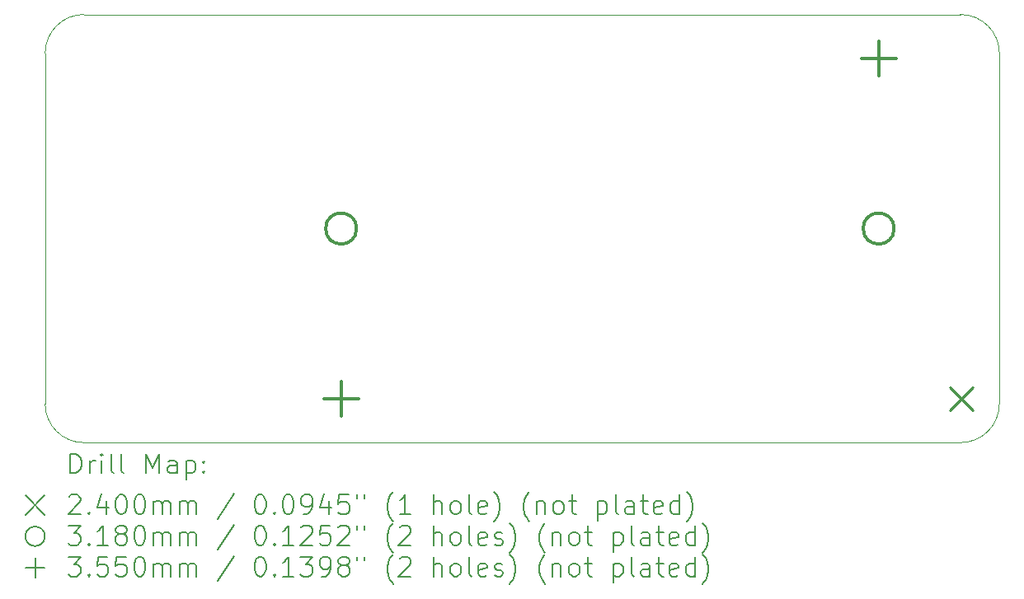
<source format=gbr>
%TF.GenerationSoftware,KiCad,Pcbnew,8.0.8*%
%TF.CreationDate,2025-10-05T08:52:24-04:00*%
%TF.ProjectId,project-hw-2-18650,70726f6a-6563-4742-9d68-772d322d3138,rev?*%
%TF.SameCoordinates,Original*%
%TF.FileFunction,Drillmap*%
%TF.FilePolarity,Positive*%
%FSLAX45Y45*%
G04 Gerber Fmt 4.5, Leading zero omitted, Abs format (unit mm)*
G04 Created by KiCad (PCBNEW 8.0.8) date 2025-10-05 08:52:24*
%MOMM*%
%LPD*%
G01*
G04 APERTURE LIST*
%ADD10C,0.050000*%
%ADD11C,0.200000*%
%ADD12C,0.240000*%
%ADD13C,0.318000*%
%ADD14C,0.355000*%
G04 APERTURE END LIST*
D10*
X11200000Y-1600000D02*
G75*
G02*
X11600000Y-2000000I0J-400000D01*
G01*
X1800000Y-2000000D02*
G75*
G02*
X2200000Y-1600000I400000J0D01*
G01*
X11600000Y-5600000D02*
G75*
G02*
X11200000Y-6000000I-400000J0D01*
G01*
X2200000Y-6000000D02*
G75*
G02*
X1800000Y-5600000I0J400000D01*
G01*
X11600000Y-2000000D02*
X11600000Y-5600000D01*
X2200000Y-1600000D02*
X11200000Y-1600000D01*
X1800000Y-5600000D02*
X1800000Y-2000000D01*
X11200000Y-6000000D02*
X2200000Y-6000000D01*
D11*
D12*
X11091000Y-5430000D02*
X11331000Y-5670000D01*
X11331000Y-5430000D02*
X11091000Y-5670000D01*
D13*
X4999000Y-3800000D02*
G75*
G02*
X4681000Y-3800000I-159000J0D01*
G01*
X4681000Y-3800000D02*
G75*
G02*
X4999000Y-3800000I159000J0D01*
G01*
X10519000Y-3800000D02*
G75*
G02*
X10201000Y-3800000I-159000J0D01*
G01*
X10201000Y-3800000D02*
G75*
G02*
X10519000Y-3800000I159000J0D01*
G01*
D14*
X4840000Y-5372500D02*
X4840000Y-5727500D01*
X4662500Y-5550000D02*
X5017500Y-5550000D01*
X10360000Y-1872500D02*
X10360000Y-2227500D01*
X10182500Y-2050000D02*
X10537500Y-2050000D01*
D11*
X2058277Y-6313984D02*
X2058277Y-6113984D01*
X2058277Y-6113984D02*
X2105896Y-6113984D01*
X2105896Y-6113984D02*
X2134467Y-6123508D01*
X2134467Y-6123508D02*
X2153515Y-6142555D01*
X2153515Y-6142555D02*
X2163039Y-6161603D01*
X2163039Y-6161603D02*
X2172563Y-6199698D01*
X2172563Y-6199698D02*
X2172563Y-6228269D01*
X2172563Y-6228269D02*
X2163039Y-6266365D01*
X2163039Y-6266365D02*
X2153515Y-6285412D01*
X2153515Y-6285412D02*
X2134467Y-6304460D01*
X2134467Y-6304460D02*
X2105896Y-6313984D01*
X2105896Y-6313984D02*
X2058277Y-6313984D01*
X2258277Y-6313984D02*
X2258277Y-6180650D01*
X2258277Y-6218746D02*
X2267801Y-6199698D01*
X2267801Y-6199698D02*
X2277324Y-6190174D01*
X2277324Y-6190174D02*
X2296372Y-6180650D01*
X2296372Y-6180650D02*
X2315420Y-6180650D01*
X2382086Y-6313984D02*
X2382086Y-6180650D01*
X2382086Y-6113984D02*
X2372563Y-6123508D01*
X2372563Y-6123508D02*
X2382086Y-6133031D01*
X2382086Y-6133031D02*
X2391610Y-6123508D01*
X2391610Y-6123508D02*
X2382086Y-6113984D01*
X2382086Y-6113984D02*
X2382086Y-6133031D01*
X2505896Y-6313984D02*
X2486848Y-6304460D01*
X2486848Y-6304460D02*
X2477324Y-6285412D01*
X2477324Y-6285412D02*
X2477324Y-6113984D01*
X2610658Y-6313984D02*
X2591610Y-6304460D01*
X2591610Y-6304460D02*
X2582086Y-6285412D01*
X2582086Y-6285412D02*
X2582086Y-6113984D01*
X2839229Y-6313984D02*
X2839229Y-6113984D01*
X2839229Y-6113984D02*
X2905896Y-6256841D01*
X2905896Y-6256841D02*
X2972562Y-6113984D01*
X2972562Y-6113984D02*
X2972562Y-6313984D01*
X3153515Y-6313984D02*
X3153515Y-6209222D01*
X3153515Y-6209222D02*
X3143991Y-6190174D01*
X3143991Y-6190174D02*
X3124943Y-6180650D01*
X3124943Y-6180650D02*
X3086848Y-6180650D01*
X3086848Y-6180650D02*
X3067801Y-6190174D01*
X3153515Y-6304460D02*
X3134467Y-6313984D01*
X3134467Y-6313984D02*
X3086848Y-6313984D01*
X3086848Y-6313984D02*
X3067801Y-6304460D01*
X3067801Y-6304460D02*
X3058277Y-6285412D01*
X3058277Y-6285412D02*
X3058277Y-6266365D01*
X3058277Y-6266365D02*
X3067801Y-6247317D01*
X3067801Y-6247317D02*
X3086848Y-6237793D01*
X3086848Y-6237793D02*
X3134467Y-6237793D01*
X3134467Y-6237793D02*
X3153515Y-6228269D01*
X3248753Y-6180650D02*
X3248753Y-6380650D01*
X3248753Y-6190174D02*
X3267801Y-6180650D01*
X3267801Y-6180650D02*
X3305896Y-6180650D01*
X3305896Y-6180650D02*
X3324943Y-6190174D01*
X3324943Y-6190174D02*
X3334467Y-6199698D01*
X3334467Y-6199698D02*
X3343991Y-6218746D01*
X3343991Y-6218746D02*
X3343991Y-6275888D01*
X3343991Y-6275888D02*
X3334467Y-6294936D01*
X3334467Y-6294936D02*
X3324943Y-6304460D01*
X3324943Y-6304460D02*
X3305896Y-6313984D01*
X3305896Y-6313984D02*
X3267801Y-6313984D01*
X3267801Y-6313984D02*
X3248753Y-6304460D01*
X3429705Y-6294936D02*
X3439229Y-6304460D01*
X3439229Y-6304460D02*
X3429705Y-6313984D01*
X3429705Y-6313984D02*
X3420182Y-6304460D01*
X3420182Y-6304460D02*
X3429705Y-6294936D01*
X3429705Y-6294936D02*
X3429705Y-6313984D01*
X3429705Y-6190174D02*
X3439229Y-6199698D01*
X3439229Y-6199698D02*
X3429705Y-6209222D01*
X3429705Y-6209222D02*
X3420182Y-6199698D01*
X3420182Y-6199698D02*
X3429705Y-6190174D01*
X3429705Y-6190174D02*
X3429705Y-6209222D01*
X1597500Y-6542500D02*
X1797500Y-6742500D01*
X1797500Y-6542500D02*
X1597500Y-6742500D01*
X2048753Y-6553031D02*
X2058277Y-6543508D01*
X2058277Y-6543508D02*
X2077324Y-6533984D01*
X2077324Y-6533984D02*
X2124944Y-6533984D01*
X2124944Y-6533984D02*
X2143991Y-6543508D01*
X2143991Y-6543508D02*
X2153515Y-6553031D01*
X2153515Y-6553031D02*
X2163039Y-6572079D01*
X2163039Y-6572079D02*
X2163039Y-6591127D01*
X2163039Y-6591127D02*
X2153515Y-6619698D01*
X2153515Y-6619698D02*
X2039229Y-6733984D01*
X2039229Y-6733984D02*
X2163039Y-6733984D01*
X2248753Y-6714936D02*
X2258277Y-6724460D01*
X2258277Y-6724460D02*
X2248753Y-6733984D01*
X2248753Y-6733984D02*
X2239229Y-6724460D01*
X2239229Y-6724460D02*
X2248753Y-6714936D01*
X2248753Y-6714936D02*
X2248753Y-6733984D01*
X2429705Y-6600650D02*
X2429705Y-6733984D01*
X2382086Y-6524460D02*
X2334467Y-6667317D01*
X2334467Y-6667317D02*
X2458277Y-6667317D01*
X2572563Y-6533984D02*
X2591610Y-6533984D01*
X2591610Y-6533984D02*
X2610658Y-6543508D01*
X2610658Y-6543508D02*
X2620182Y-6553031D01*
X2620182Y-6553031D02*
X2629705Y-6572079D01*
X2629705Y-6572079D02*
X2639229Y-6610174D01*
X2639229Y-6610174D02*
X2639229Y-6657793D01*
X2639229Y-6657793D02*
X2629705Y-6695888D01*
X2629705Y-6695888D02*
X2620182Y-6714936D01*
X2620182Y-6714936D02*
X2610658Y-6724460D01*
X2610658Y-6724460D02*
X2591610Y-6733984D01*
X2591610Y-6733984D02*
X2572563Y-6733984D01*
X2572563Y-6733984D02*
X2553515Y-6724460D01*
X2553515Y-6724460D02*
X2543991Y-6714936D01*
X2543991Y-6714936D02*
X2534467Y-6695888D01*
X2534467Y-6695888D02*
X2524944Y-6657793D01*
X2524944Y-6657793D02*
X2524944Y-6610174D01*
X2524944Y-6610174D02*
X2534467Y-6572079D01*
X2534467Y-6572079D02*
X2543991Y-6553031D01*
X2543991Y-6553031D02*
X2553515Y-6543508D01*
X2553515Y-6543508D02*
X2572563Y-6533984D01*
X2763039Y-6533984D02*
X2782086Y-6533984D01*
X2782086Y-6533984D02*
X2801134Y-6543508D01*
X2801134Y-6543508D02*
X2810658Y-6553031D01*
X2810658Y-6553031D02*
X2820182Y-6572079D01*
X2820182Y-6572079D02*
X2829705Y-6610174D01*
X2829705Y-6610174D02*
X2829705Y-6657793D01*
X2829705Y-6657793D02*
X2820182Y-6695888D01*
X2820182Y-6695888D02*
X2810658Y-6714936D01*
X2810658Y-6714936D02*
X2801134Y-6724460D01*
X2801134Y-6724460D02*
X2782086Y-6733984D01*
X2782086Y-6733984D02*
X2763039Y-6733984D01*
X2763039Y-6733984D02*
X2743991Y-6724460D01*
X2743991Y-6724460D02*
X2734467Y-6714936D01*
X2734467Y-6714936D02*
X2724944Y-6695888D01*
X2724944Y-6695888D02*
X2715420Y-6657793D01*
X2715420Y-6657793D02*
X2715420Y-6610174D01*
X2715420Y-6610174D02*
X2724944Y-6572079D01*
X2724944Y-6572079D02*
X2734467Y-6553031D01*
X2734467Y-6553031D02*
X2743991Y-6543508D01*
X2743991Y-6543508D02*
X2763039Y-6533984D01*
X2915420Y-6733984D02*
X2915420Y-6600650D01*
X2915420Y-6619698D02*
X2924943Y-6610174D01*
X2924943Y-6610174D02*
X2943991Y-6600650D01*
X2943991Y-6600650D02*
X2972563Y-6600650D01*
X2972563Y-6600650D02*
X2991610Y-6610174D01*
X2991610Y-6610174D02*
X3001134Y-6629222D01*
X3001134Y-6629222D02*
X3001134Y-6733984D01*
X3001134Y-6629222D02*
X3010658Y-6610174D01*
X3010658Y-6610174D02*
X3029705Y-6600650D01*
X3029705Y-6600650D02*
X3058277Y-6600650D01*
X3058277Y-6600650D02*
X3077324Y-6610174D01*
X3077324Y-6610174D02*
X3086848Y-6629222D01*
X3086848Y-6629222D02*
X3086848Y-6733984D01*
X3182086Y-6733984D02*
X3182086Y-6600650D01*
X3182086Y-6619698D02*
X3191610Y-6610174D01*
X3191610Y-6610174D02*
X3210658Y-6600650D01*
X3210658Y-6600650D02*
X3239229Y-6600650D01*
X3239229Y-6600650D02*
X3258277Y-6610174D01*
X3258277Y-6610174D02*
X3267801Y-6629222D01*
X3267801Y-6629222D02*
X3267801Y-6733984D01*
X3267801Y-6629222D02*
X3277324Y-6610174D01*
X3277324Y-6610174D02*
X3296372Y-6600650D01*
X3296372Y-6600650D02*
X3324943Y-6600650D01*
X3324943Y-6600650D02*
X3343991Y-6610174D01*
X3343991Y-6610174D02*
X3353515Y-6629222D01*
X3353515Y-6629222D02*
X3353515Y-6733984D01*
X3743991Y-6524460D02*
X3572563Y-6781603D01*
X4001134Y-6533984D02*
X4020182Y-6533984D01*
X4020182Y-6533984D02*
X4039229Y-6543508D01*
X4039229Y-6543508D02*
X4048753Y-6553031D01*
X4048753Y-6553031D02*
X4058277Y-6572079D01*
X4058277Y-6572079D02*
X4067801Y-6610174D01*
X4067801Y-6610174D02*
X4067801Y-6657793D01*
X4067801Y-6657793D02*
X4058277Y-6695888D01*
X4058277Y-6695888D02*
X4048753Y-6714936D01*
X4048753Y-6714936D02*
X4039229Y-6724460D01*
X4039229Y-6724460D02*
X4020182Y-6733984D01*
X4020182Y-6733984D02*
X4001134Y-6733984D01*
X4001134Y-6733984D02*
X3982086Y-6724460D01*
X3982086Y-6724460D02*
X3972563Y-6714936D01*
X3972563Y-6714936D02*
X3963039Y-6695888D01*
X3963039Y-6695888D02*
X3953515Y-6657793D01*
X3953515Y-6657793D02*
X3953515Y-6610174D01*
X3953515Y-6610174D02*
X3963039Y-6572079D01*
X3963039Y-6572079D02*
X3972563Y-6553031D01*
X3972563Y-6553031D02*
X3982086Y-6543508D01*
X3982086Y-6543508D02*
X4001134Y-6533984D01*
X4153515Y-6714936D02*
X4163039Y-6724460D01*
X4163039Y-6724460D02*
X4153515Y-6733984D01*
X4153515Y-6733984D02*
X4143991Y-6724460D01*
X4143991Y-6724460D02*
X4153515Y-6714936D01*
X4153515Y-6714936D02*
X4153515Y-6733984D01*
X4286848Y-6533984D02*
X4305896Y-6533984D01*
X4305896Y-6533984D02*
X4324944Y-6543508D01*
X4324944Y-6543508D02*
X4334468Y-6553031D01*
X4334468Y-6553031D02*
X4343991Y-6572079D01*
X4343991Y-6572079D02*
X4353515Y-6610174D01*
X4353515Y-6610174D02*
X4353515Y-6657793D01*
X4353515Y-6657793D02*
X4343991Y-6695888D01*
X4343991Y-6695888D02*
X4334468Y-6714936D01*
X4334468Y-6714936D02*
X4324944Y-6724460D01*
X4324944Y-6724460D02*
X4305896Y-6733984D01*
X4305896Y-6733984D02*
X4286848Y-6733984D01*
X4286848Y-6733984D02*
X4267801Y-6724460D01*
X4267801Y-6724460D02*
X4258277Y-6714936D01*
X4258277Y-6714936D02*
X4248753Y-6695888D01*
X4248753Y-6695888D02*
X4239229Y-6657793D01*
X4239229Y-6657793D02*
X4239229Y-6610174D01*
X4239229Y-6610174D02*
X4248753Y-6572079D01*
X4248753Y-6572079D02*
X4258277Y-6553031D01*
X4258277Y-6553031D02*
X4267801Y-6543508D01*
X4267801Y-6543508D02*
X4286848Y-6533984D01*
X4448753Y-6733984D02*
X4486848Y-6733984D01*
X4486848Y-6733984D02*
X4505896Y-6724460D01*
X4505896Y-6724460D02*
X4515420Y-6714936D01*
X4515420Y-6714936D02*
X4534468Y-6686365D01*
X4534468Y-6686365D02*
X4543991Y-6648269D01*
X4543991Y-6648269D02*
X4543991Y-6572079D01*
X4543991Y-6572079D02*
X4534468Y-6553031D01*
X4534468Y-6553031D02*
X4524944Y-6543508D01*
X4524944Y-6543508D02*
X4505896Y-6533984D01*
X4505896Y-6533984D02*
X4467801Y-6533984D01*
X4467801Y-6533984D02*
X4448753Y-6543508D01*
X4448753Y-6543508D02*
X4439229Y-6553031D01*
X4439229Y-6553031D02*
X4429706Y-6572079D01*
X4429706Y-6572079D02*
X4429706Y-6619698D01*
X4429706Y-6619698D02*
X4439229Y-6638746D01*
X4439229Y-6638746D02*
X4448753Y-6648269D01*
X4448753Y-6648269D02*
X4467801Y-6657793D01*
X4467801Y-6657793D02*
X4505896Y-6657793D01*
X4505896Y-6657793D02*
X4524944Y-6648269D01*
X4524944Y-6648269D02*
X4534468Y-6638746D01*
X4534468Y-6638746D02*
X4543991Y-6619698D01*
X4715420Y-6600650D02*
X4715420Y-6733984D01*
X4667801Y-6524460D02*
X4620182Y-6667317D01*
X4620182Y-6667317D02*
X4743991Y-6667317D01*
X4915420Y-6533984D02*
X4820182Y-6533984D01*
X4820182Y-6533984D02*
X4810658Y-6629222D01*
X4810658Y-6629222D02*
X4820182Y-6619698D01*
X4820182Y-6619698D02*
X4839229Y-6610174D01*
X4839229Y-6610174D02*
X4886849Y-6610174D01*
X4886849Y-6610174D02*
X4905896Y-6619698D01*
X4905896Y-6619698D02*
X4915420Y-6629222D01*
X4915420Y-6629222D02*
X4924944Y-6648269D01*
X4924944Y-6648269D02*
X4924944Y-6695888D01*
X4924944Y-6695888D02*
X4915420Y-6714936D01*
X4915420Y-6714936D02*
X4905896Y-6724460D01*
X4905896Y-6724460D02*
X4886849Y-6733984D01*
X4886849Y-6733984D02*
X4839229Y-6733984D01*
X4839229Y-6733984D02*
X4820182Y-6724460D01*
X4820182Y-6724460D02*
X4810658Y-6714936D01*
X5001134Y-6533984D02*
X5001134Y-6572079D01*
X5077325Y-6533984D02*
X5077325Y-6572079D01*
X5372563Y-6810174D02*
X5363039Y-6800650D01*
X5363039Y-6800650D02*
X5343991Y-6772079D01*
X5343991Y-6772079D02*
X5334468Y-6753031D01*
X5334468Y-6753031D02*
X5324944Y-6724460D01*
X5324944Y-6724460D02*
X5315420Y-6676841D01*
X5315420Y-6676841D02*
X5315420Y-6638746D01*
X5315420Y-6638746D02*
X5324944Y-6591127D01*
X5324944Y-6591127D02*
X5334468Y-6562555D01*
X5334468Y-6562555D02*
X5343991Y-6543508D01*
X5343991Y-6543508D02*
X5363039Y-6514936D01*
X5363039Y-6514936D02*
X5372563Y-6505412D01*
X5553515Y-6733984D02*
X5439230Y-6733984D01*
X5496372Y-6733984D02*
X5496372Y-6533984D01*
X5496372Y-6533984D02*
X5477325Y-6562555D01*
X5477325Y-6562555D02*
X5458277Y-6581603D01*
X5458277Y-6581603D02*
X5439230Y-6591127D01*
X5791610Y-6733984D02*
X5791610Y-6533984D01*
X5877325Y-6733984D02*
X5877325Y-6629222D01*
X5877325Y-6629222D02*
X5867801Y-6610174D01*
X5867801Y-6610174D02*
X5848753Y-6600650D01*
X5848753Y-6600650D02*
X5820182Y-6600650D01*
X5820182Y-6600650D02*
X5801134Y-6610174D01*
X5801134Y-6610174D02*
X5791610Y-6619698D01*
X6001134Y-6733984D02*
X5982087Y-6724460D01*
X5982087Y-6724460D02*
X5972563Y-6714936D01*
X5972563Y-6714936D02*
X5963039Y-6695888D01*
X5963039Y-6695888D02*
X5963039Y-6638746D01*
X5963039Y-6638746D02*
X5972563Y-6619698D01*
X5972563Y-6619698D02*
X5982087Y-6610174D01*
X5982087Y-6610174D02*
X6001134Y-6600650D01*
X6001134Y-6600650D02*
X6029706Y-6600650D01*
X6029706Y-6600650D02*
X6048753Y-6610174D01*
X6048753Y-6610174D02*
X6058277Y-6619698D01*
X6058277Y-6619698D02*
X6067801Y-6638746D01*
X6067801Y-6638746D02*
X6067801Y-6695888D01*
X6067801Y-6695888D02*
X6058277Y-6714936D01*
X6058277Y-6714936D02*
X6048753Y-6724460D01*
X6048753Y-6724460D02*
X6029706Y-6733984D01*
X6029706Y-6733984D02*
X6001134Y-6733984D01*
X6182087Y-6733984D02*
X6163039Y-6724460D01*
X6163039Y-6724460D02*
X6153515Y-6705412D01*
X6153515Y-6705412D02*
X6153515Y-6533984D01*
X6334468Y-6724460D02*
X6315420Y-6733984D01*
X6315420Y-6733984D02*
X6277325Y-6733984D01*
X6277325Y-6733984D02*
X6258277Y-6724460D01*
X6258277Y-6724460D02*
X6248753Y-6705412D01*
X6248753Y-6705412D02*
X6248753Y-6629222D01*
X6248753Y-6629222D02*
X6258277Y-6610174D01*
X6258277Y-6610174D02*
X6277325Y-6600650D01*
X6277325Y-6600650D02*
X6315420Y-6600650D01*
X6315420Y-6600650D02*
X6334468Y-6610174D01*
X6334468Y-6610174D02*
X6343991Y-6629222D01*
X6343991Y-6629222D02*
X6343991Y-6648269D01*
X6343991Y-6648269D02*
X6248753Y-6667317D01*
X6410658Y-6810174D02*
X6420182Y-6800650D01*
X6420182Y-6800650D02*
X6439230Y-6772079D01*
X6439230Y-6772079D02*
X6448753Y-6753031D01*
X6448753Y-6753031D02*
X6458277Y-6724460D01*
X6458277Y-6724460D02*
X6467801Y-6676841D01*
X6467801Y-6676841D02*
X6467801Y-6638746D01*
X6467801Y-6638746D02*
X6458277Y-6591127D01*
X6458277Y-6591127D02*
X6448753Y-6562555D01*
X6448753Y-6562555D02*
X6439230Y-6543508D01*
X6439230Y-6543508D02*
X6420182Y-6514936D01*
X6420182Y-6514936D02*
X6410658Y-6505412D01*
X6772563Y-6810174D02*
X6763039Y-6800650D01*
X6763039Y-6800650D02*
X6743991Y-6772079D01*
X6743991Y-6772079D02*
X6734468Y-6753031D01*
X6734468Y-6753031D02*
X6724944Y-6724460D01*
X6724944Y-6724460D02*
X6715420Y-6676841D01*
X6715420Y-6676841D02*
X6715420Y-6638746D01*
X6715420Y-6638746D02*
X6724944Y-6591127D01*
X6724944Y-6591127D02*
X6734468Y-6562555D01*
X6734468Y-6562555D02*
X6743991Y-6543508D01*
X6743991Y-6543508D02*
X6763039Y-6514936D01*
X6763039Y-6514936D02*
X6772563Y-6505412D01*
X6848753Y-6600650D02*
X6848753Y-6733984D01*
X6848753Y-6619698D02*
X6858277Y-6610174D01*
X6858277Y-6610174D02*
X6877325Y-6600650D01*
X6877325Y-6600650D02*
X6905896Y-6600650D01*
X6905896Y-6600650D02*
X6924944Y-6610174D01*
X6924944Y-6610174D02*
X6934468Y-6629222D01*
X6934468Y-6629222D02*
X6934468Y-6733984D01*
X7058277Y-6733984D02*
X7039230Y-6724460D01*
X7039230Y-6724460D02*
X7029706Y-6714936D01*
X7029706Y-6714936D02*
X7020182Y-6695888D01*
X7020182Y-6695888D02*
X7020182Y-6638746D01*
X7020182Y-6638746D02*
X7029706Y-6619698D01*
X7029706Y-6619698D02*
X7039230Y-6610174D01*
X7039230Y-6610174D02*
X7058277Y-6600650D01*
X7058277Y-6600650D02*
X7086849Y-6600650D01*
X7086849Y-6600650D02*
X7105896Y-6610174D01*
X7105896Y-6610174D02*
X7115420Y-6619698D01*
X7115420Y-6619698D02*
X7124944Y-6638746D01*
X7124944Y-6638746D02*
X7124944Y-6695888D01*
X7124944Y-6695888D02*
X7115420Y-6714936D01*
X7115420Y-6714936D02*
X7105896Y-6724460D01*
X7105896Y-6724460D02*
X7086849Y-6733984D01*
X7086849Y-6733984D02*
X7058277Y-6733984D01*
X7182087Y-6600650D02*
X7258277Y-6600650D01*
X7210658Y-6533984D02*
X7210658Y-6705412D01*
X7210658Y-6705412D02*
X7220182Y-6724460D01*
X7220182Y-6724460D02*
X7239230Y-6733984D01*
X7239230Y-6733984D02*
X7258277Y-6733984D01*
X7477325Y-6600650D02*
X7477325Y-6800650D01*
X7477325Y-6610174D02*
X7496372Y-6600650D01*
X7496372Y-6600650D02*
X7534468Y-6600650D01*
X7534468Y-6600650D02*
X7553515Y-6610174D01*
X7553515Y-6610174D02*
X7563039Y-6619698D01*
X7563039Y-6619698D02*
X7572563Y-6638746D01*
X7572563Y-6638746D02*
X7572563Y-6695888D01*
X7572563Y-6695888D02*
X7563039Y-6714936D01*
X7563039Y-6714936D02*
X7553515Y-6724460D01*
X7553515Y-6724460D02*
X7534468Y-6733984D01*
X7534468Y-6733984D02*
X7496372Y-6733984D01*
X7496372Y-6733984D02*
X7477325Y-6724460D01*
X7686849Y-6733984D02*
X7667801Y-6724460D01*
X7667801Y-6724460D02*
X7658277Y-6705412D01*
X7658277Y-6705412D02*
X7658277Y-6533984D01*
X7848753Y-6733984D02*
X7848753Y-6629222D01*
X7848753Y-6629222D02*
X7839230Y-6610174D01*
X7839230Y-6610174D02*
X7820182Y-6600650D01*
X7820182Y-6600650D02*
X7782087Y-6600650D01*
X7782087Y-6600650D02*
X7763039Y-6610174D01*
X7848753Y-6724460D02*
X7829706Y-6733984D01*
X7829706Y-6733984D02*
X7782087Y-6733984D01*
X7782087Y-6733984D02*
X7763039Y-6724460D01*
X7763039Y-6724460D02*
X7753515Y-6705412D01*
X7753515Y-6705412D02*
X7753515Y-6686365D01*
X7753515Y-6686365D02*
X7763039Y-6667317D01*
X7763039Y-6667317D02*
X7782087Y-6657793D01*
X7782087Y-6657793D02*
X7829706Y-6657793D01*
X7829706Y-6657793D02*
X7848753Y-6648269D01*
X7915420Y-6600650D02*
X7991611Y-6600650D01*
X7943992Y-6533984D02*
X7943992Y-6705412D01*
X7943992Y-6705412D02*
X7953515Y-6724460D01*
X7953515Y-6724460D02*
X7972563Y-6733984D01*
X7972563Y-6733984D02*
X7991611Y-6733984D01*
X8134468Y-6724460D02*
X8115420Y-6733984D01*
X8115420Y-6733984D02*
X8077325Y-6733984D01*
X8077325Y-6733984D02*
X8058277Y-6724460D01*
X8058277Y-6724460D02*
X8048753Y-6705412D01*
X8048753Y-6705412D02*
X8048753Y-6629222D01*
X8048753Y-6629222D02*
X8058277Y-6610174D01*
X8058277Y-6610174D02*
X8077325Y-6600650D01*
X8077325Y-6600650D02*
X8115420Y-6600650D01*
X8115420Y-6600650D02*
X8134468Y-6610174D01*
X8134468Y-6610174D02*
X8143992Y-6629222D01*
X8143992Y-6629222D02*
X8143992Y-6648269D01*
X8143992Y-6648269D02*
X8048753Y-6667317D01*
X8315420Y-6733984D02*
X8315420Y-6533984D01*
X8315420Y-6724460D02*
X8296373Y-6733984D01*
X8296373Y-6733984D02*
X8258277Y-6733984D01*
X8258277Y-6733984D02*
X8239230Y-6724460D01*
X8239230Y-6724460D02*
X8229706Y-6714936D01*
X8229706Y-6714936D02*
X8220182Y-6695888D01*
X8220182Y-6695888D02*
X8220182Y-6638746D01*
X8220182Y-6638746D02*
X8229706Y-6619698D01*
X8229706Y-6619698D02*
X8239230Y-6610174D01*
X8239230Y-6610174D02*
X8258277Y-6600650D01*
X8258277Y-6600650D02*
X8296373Y-6600650D01*
X8296373Y-6600650D02*
X8315420Y-6610174D01*
X8391611Y-6810174D02*
X8401135Y-6800650D01*
X8401135Y-6800650D02*
X8420182Y-6772079D01*
X8420182Y-6772079D02*
X8429706Y-6753031D01*
X8429706Y-6753031D02*
X8439230Y-6724460D01*
X8439230Y-6724460D02*
X8448754Y-6676841D01*
X8448754Y-6676841D02*
X8448754Y-6638746D01*
X8448754Y-6638746D02*
X8439230Y-6591127D01*
X8439230Y-6591127D02*
X8429706Y-6562555D01*
X8429706Y-6562555D02*
X8420182Y-6543508D01*
X8420182Y-6543508D02*
X8401135Y-6514936D01*
X8401135Y-6514936D02*
X8391611Y-6505412D01*
X1797500Y-6962500D02*
G75*
G02*
X1597500Y-6962500I-100000J0D01*
G01*
X1597500Y-6962500D02*
G75*
G02*
X1797500Y-6962500I100000J0D01*
G01*
X2039229Y-6853984D02*
X2163039Y-6853984D01*
X2163039Y-6853984D02*
X2096372Y-6930174D01*
X2096372Y-6930174D02*
X2124944Y-6930174D01*
X2124944Y-6930174D02*
X2143991Y-6939698D01*
X2143991Y-6939698D02*
X2153515Y-6949222D01*
X2153515Y-6949222D02*
X2163039Y-6968269D01*
X2163039Y-6968269D02*
X2163039Y-7015888D01*
X2163039Y-7015888D02*
X2153515Y-7034936D01*
X2153515Y-7034936D02*
X2143991Y-7044460D01*
X2143991Y-7044460D02*
X2124944Y-7053984D01*
X2124944Y-7053984D02*
X2067801Y-7053984D01*
X2067801Y-7053984D02*
X2048753Y-7044460D01*
X2048753Y-7044460D02*
X2039229Y-7034936D01*
X2248753Y-7034936D02*
X2258277Y-7044460D01*
X2258277Y-7044460D02*
X2248753Y-7053984D01*
X2248753Y-7053984D02*
X2239229Y-7044460D01*
X2239229Y-7044460D02*
X2248753Y-7034936D01*
X2248753Y-7034936D02*
X2248753Y-7053984D01*
X2448753Y-7053984D02*
X2334467Y-7053984D01*
X2391610Y-7053984D02*
X2391610Y-6853984D01*
X2391610Y-6853984D02*
X2372563Y-6882555D01*
X2372563Y-6882555D02*
X2353515Y-6901603D01*
X2353515Y-6901603D02*
X2334467Y-6911127D01*
X2563039Y-6939698D02*
X2543991Y-6930174D01*
X2543991Y-6930174D02*
X2534467Y-6920650D01*
X2534467Y-6920650D02*
X2524944Y-6901603D01*
X2524944Y-6901603D02*
X2524944Y-6892079D01*
X2524944Y-6892079D02*
X2534467Y-6873031D01*
X2534467Y-6873031D02*
X2543991Y-6863508D01*
X2543991Y-6863508D02*
X2563039Y-6853984D01*
X2563039Y-6853984D02*
X2601134Y-6853984D01*
X2601134Y-6853984D02*
X2620182Y-6863508D01*
X2620182Y-6863508D02*
X2629705Y-6873031D01*
X2629705Y-6873031D02*
X2639229Y-6892079D01*
X2639229Y-6892079D02*
X2639229Y-6901603D01*
X2639229Y-6901603D02*
X2629705Y-6920650D01*
X2629705Y-6920650D02*
X2620182Y-6930174D01*
X2620182Y-6930174D02*
X2601134Y-6939698D01*
X2601134Y-6939698D02*
X2563039Y-6939698D01*
X2563039Y-6939698D02*
X2543991Y-6949222D01*
X2543991Y-6949222D02*
X2534467Y-6958746D01*
X2534467Y-6958746D02*
X2524944Y-6977793D01*
X2524944Y-6977793D02*
X2524944Y-7015888D01*
X2524944Y-7015888D02*
X2534467Y-7034936D01*
X2534467Y-7034936D02*
X2543991Y-7044460D01*
X2543991Y-7044460D02*
X2563039Y-7053984D01*
X2563039Y-7053984D02*
X2601134Y-7053984D01*
X2601134Y-7053984D02*
X2620182Y-7044460D01*
X2620182Y-7044460D02*
X2629705Y-7034936D01*
X2629705Y-7034936D02*
X2639229Y-7015888D01*
X2639229Y-7015888D02*
X2639229Y-6977793D01*
X2639229Y-6977793D02*
X2629705Y-6958746D01*
X2629705Y-6958746D02*
X2620182Y-6949222D01*
X2620182Y-6949222D02*
X2601134Y-6939698D01*
X2763039Y-6853984D02*
X2782086Y-6853984D01*
X2782086Y-6853984D02*
X2801134Y-6863508D01*
X2801134Y-6863508D02*
X2810658Y-6873031D01*
X2810658Y-6873031D02*
X2820182Y-6892079D01*
X2820182Y-6892079D02*
X2829705Y-6930174D01*
X2829705Y-6930174D02*
X2829705Y-6977793D01*
X2829705Y-6977793D02*
X2820182Y-7015888D01*
X2820182Y-7015888D02*
X2810658Y-7034936D01*
X2810658Y-7034936D02*
X2801134Y-7044460D01*
X2801134Y-7044460D02*
X2782086Y-7053984D01*
X2782086Y-7053984D02*
X2763039Y-7053984D01*
X2763039Y-7053984D02*
X2743991Y-7044460D01*
X2743991Y-7044460D02*
X2734467Y-7034936D01*
X2734467Y-7034936D02*
X2724944Y-7015888D01*
X2724944Y-7015888D02*
X2715420Y-6977793D01*
X2715420Y-6977793D02*
X2715420Y-6930174D01*
X2715420Y-6930174D02*
X2724944Y-6892079D01*
X2724944Y-6892079D02*
X2734467Y-6873031D01*
X2734467Y-6873031D02*
X2743991Y-6863508D01*
X2743991Y-6863508D02*
X2763039Y-6853984D01*
X2915420Y-7053984D02*
X2915420Y-6920650D01*
X2915420Y-6939698D02*
X2924943Y-6930174D01*
X2924943Y-6930174D02*
X2943991Y-6920650D01*
X2943991Y-6920650D02*
X2972563Y-6920650D01*
X2972563Y-6920650D02*
X2991610Y-6930174D01*
X2991610Y-6930174D02*
X3001134Y-6949222D01*
X3001134Y-6949222D02*
X3001134Y-7053984D01*
X3001134Y-6949222D02*
X3010658Y-6930174D01*
X3010658Y-6930174D02*
X3029705Y-6920650D01*
X3029705Y-6920650D02*
X3058277Y-6920650D01*
X3058277Y-6920650D02*
X3077324Y-6930174D01*
X3077324Y-6930174D02*
X3086848Y-6949222D01*
X3086848Y-6949222D02*
X3086848Y-7053984D01*
X3182086Y-7053984D02*
X3182086Y-6920650D01*
X3182086Y-6939698D02*
X3191610Y-6930174D01*
X3191610Y-6930174D02*
X3210658Y-6920650D01*
X3210658Y-6920650D02*
X3239229Y-6920650D01*
X3239229Y-6920650D02*
X3258277Y-6930174D01*
X3258277Y-6930174D02*
X3267801Y-6949222D01*
X3267801Y-6949222D02*
X3267801Y-7053984D01*
X3267801Y-6949222D02*
X3277324Y-6930174D01*
X3277324Y-6930174D02*
X3296372Y-6920650D01*
X3296372Y-6920650D02*
X3324943Y-6920650D01*
X3324943Y-6920650D02*
X3343991Y-6930174D01*
X3343991Y-6930174D02*
X3353515Y-6949222D01*
X3353515Y-6949222D02*
X3353515Y-7053984D01*
X3743991Y-6844460D02*
X3572563Y-7101603D01*
X4001134Y-6853984D02*
X4020182Y-6853984D01*
X4020182Y-6853984D02*
X4039229Y-6863508D01*
X4039229Y-6863508D02*
X4048753Y-6873031D01*
X4048753Y-6873031D02*
X4058277Y-6892079D01*
X4058277Y-6892079D02*
X4067801Y-6930174D01*
X4067801Y-6930174D02*
X4067801Y-6977793D01*
X4067801Y-6977793D02*
X4058277Y-7015888D01*
X4058277Y-7015888D02*
X4048753Y-7034936D01*
X4048753Y-7034936D02*
X4039229Y-7044460D01*
X4039229Y-7044460D02*
X4020182Y-7053984D01*
X4020182Y-7053984D02*
X4001134Y-7053984D01*
X4001134Y-7053984D02*
X3982086Y-7044460D01*
X3982086Y-7044460D02*
X3972563Y-7034936D01*
X3972563Y-7034936D02*
X3963039Y-7015888D01*
X3963039Y-7015888D02*
X3953515Y-6977793D01*
X3953515Y-6977793D02*
X3953515Y-6930174D01*
X3953515Y-6930174D02*
X3963039Y-6892079D01*
X3963039Y-6892079D02*
X3972563Y-6873031D01*
X3972563Y-6873031D02*
X3982086Y-6863508D01*
X3982086Y-6863508D02*
X4001134Y-6853984D01*
X4153515Y-7034936D02*
X4163039Y-7044460D01*
X4163039Y-7044460D02*
X4153515Y-7053984D01*
X4153515Y-7053984D02*
X4143991Y-7044460D01*
X4143991Y-7044460D02*
X4153515Y-7034936D01*
X4153515Y-7034936D02*
X4153515Y-7053984D01*
X4353515Y-7053984D02*
X4239229Y-7053984D01*
X4296372Y-7053984D02*
X4296372Y-6853984D01*
X4296372Y-6853984D02*
X4277325Y-6882555D01*
X4277325Y-6882555D02*
X4258277Y-6901603D01*
X4258277Y-6901603D02*
X4239229Y-6911127D01*
X4429706Y-6873031D02*
X4439229Y-6863508D01*
X4439229Y-6863508D02*
X4458277Y-6853984D01*
X4458277Y-6853984D02*
X4505896Y-6853984D01*
X4505896Y-6853984D02*
X4524944Y-6863508D01*
X4524944Y-6863508D02*
X4534468Y-6873031D01*
X4534468Y-6873031D02*
X4543991Y-6892079D01*
X4543991Y-6892079D02*
X4543991Y-6911127D01*
X4543991Y-6911127D02*
X4534468Y-6939698D01*
X4534468Y-6939698D02*
X4420182Y-7053984D01*
X4420182Y-7053984D02*
X4543991Y-7053984D01*
X4724944Y-6853984D02*
X4629706Y-6853984D01*
X4629706Y-6853984D02*
X4620182Y-6949222D01*
X4620182Y-6949222D02*
X4629706Y-6939698D01*
X4629706Y-6939698D02*
X4648753Y-6930174D01*
X4648753Y-6930174D02*
X4696372Y-6930174D01*
X4696372Y-6930174D02*
X4715420Y-6939698D01*
X4715420Y-6939698D02*
X4724944Y-6949222D01*
X4724944Y-6949222D02*
X4734468Y-6968269D01*
X4734468Y-6968269D02*
X4734468Y-7015888D01*
X4734468Y-7015888D02*
X4724944Y-7034936D01*
X4724944Y-7034936D02*
X4715420Y-7044460D01*
X4715420Y-7044460D02*
X4696372Y-7053984D01*
X4696372Y-7053984D02*
X4648753Y-7053984D01*
X4648753Y-7053984D02*
X4629706Y-7044460D01*
X4629706Y-7044460D02*
X4620182Y-7034936D01*
X4810658Y-6873031D02*
X4820182Y-6863508D01*
X4820182Y-6863508D02*
X4839229Y-6853984D01*
X4839229Y-6853984D02*
X4886849Y-6853984D01*
X4886849Y-6853984D02*
X4905896Y-6863508D01*
X4905896Y-6863508D02*
X4915420Y-6873031D01*
X4915420Y-6873031D02*
X4924944Y-6892079D01*
X4924944Y-6892079D02*
X4924944Y-6911127D01*
X4924944Y-6911127D02*
X4915420Y-6939698D01*
X4915420Y-6939698D02*
X4801134Y-7053984D01*
X4801134Y-7053984D02*
X4924944Y-7053984D01*
X5001134Y-6853984D02*
X5001134Y-6892079D01*
X5077325Y-6853984D02*
X5077325Y-6892079D01*
X5372563Y-7130174D02*
X5363039Y-7120650D01*
X5363039Y-7120650D02*
X5343991Y-7092079D01*
X5343991Y-7092079D02*
X5334468Y-7073031D01*
X5334468Y-7073031D02*
X5324944Y-7044460D01*
X5324944Y-7044460D02*
X5315420Y-6996841D01*
X5315420Y-6996841D02*
X5315420Y-6958746D01*
X5315420Y-6958746D02*
X5324944Y-6911127D01*
X5324944Y-6911127D02*
X5334468Y-6882555D01*
X5334468Y-6882555D02*
X5343991Y-6863508D01*
X5343991Y-6863508D02*
X5363039Y-6834936D01*
X5363039Y-6834936D02*
X5372563Y-6825412D01*
X5439230Y-6873031D02*
X5448753Y-6863508D01*
X5448753Y-6863508D02*
X5467801Y-6853984D01*
X5467801Y-6853984D02*
X5515420Y-6853984D01*
X5515420Y-6853984D02*
X5534468Y-6863508D01*
X5534468Y-6863508D02*
X5543991Y-6873031D01*
X5543991Y-6873031D02*
X5553515Y-6892079D01*
X5553515Y-6892079D02*
X5553515Y-6911127D01*
X5553515Y-6911127D02*
X5543991Y-6939698D01*
X5543991Y-6939698D02*
X5429706Y-7053984D01*
X5429706Y-7053984D02*
X5553515Y-7053984D01*
X5791610Y-7053984D02*
X5791610Y-6853984D01*
X5877325Y-7053984D02*
X5877325Y-6949222D01*
X5877325Y-6949222D02*
X5867801Y-6930174D01*
X5867801Y-6930174D02*
X5848753Y-6920650D01*
X5848753Y-6920650D02*
X5820182Y-6920650D01*
X5820182Y-6920650D02*
X5801134Y-6930174D01*
X5801134Y-6930174D02*
X5791610Y-6939698D01*
X6001134Y-7053984D02*
X5982087Y-7044460D01*
X5982087Y-7044460D02*
X5972563Y-7034936D01*
X5972563Y-7034936D02*
X5963039Y-7015888D01*
X5963039Y-7015888D02*
X5963039Y-6958746D01*
X5963039Y-6958746D02*
X5972563Y-6939698D01*
X5972563Y-6939698D02*
X5982087Y-6930174D01*
X5982087Y-6930174D02*
X6001134Y-6920650D01*
X6001134Y-6920650D02*
X6029706Y-6920650D01*
X6029706Y-6920650D02*
X6048753Y-6930174D01*
X6048753Y-6930174D02*
X6058277Y-6939698D01*
X6058277Y-6939698D02*
X6067801Y-6958746D01*
X6067801Y-6958746D02*
X6067801Y-7015888D01*
X6067801Y-7015888D02*
X6058277Y-7034936D01*
X6058277Y-7034936D02*
X6048753Y-7044460D01*
X6048753Y-7044460D02*
X6029706Y-7053984D01*
X6029706Y-7053984D02*
X6001134Y-7053984D01*
X6182087Y-7053984D02*
X6163039Y-7044460D01*
X6163039Y-7044460D02*
X6153515Y-7025412D01*
X6153515Y-7025412D02*
X6153515Y-6853984D01*
X6334468Y-7044460D02*
X6315420Y-7053984D01*
X6315420Y-7053984D02*
X6277325Y-7053984D01*
X6277325Y-7053984D02*
X6258277Y-7044460D01*
X6258277Y-7044460D02*
X6248753Y-7025412D01*
X6248753Y-7025412D02*
X6248753Y-6949222D01*
X6248753Y-6949222D02*
X6258277Y-6930174D01*
X6258277Y-6930174D02*
X6277325Y-6920650D01*
X6277325Y-6920650D02*
X6315420Y-6920650D01*
X6315420Y-6920650D02*
X6334468Y-6930174D01*
X6334468Y-6930174D02*
X6343991Y-6949222D01*
X6343991Y-6949222D02*
X6343991Y-6968269D01*
X6343991Y-6968269D02*
X6248753Y-6987317D01*
X6420182Y-7044460D02*
X6439230Y-7053984D01*
X6439230Y-7053984D02*
X6477325Y-7053984D01*
X6477325Y-7053984D02*
X6496372Y-7044460D01*
X6496372Y-7044460D02*
X6505896Y-7025412D01*
X6505896Y-7025412D02*
X6505896Y-7015888D01*
X6505896Y-7015888D02*
X6496372Y-6996841D01*
X6496372Y-6996841D02*
X6477325Y-6987317D01*
X6477325Y-6987317D02*
X6448753Y-6987317D01*
X6448753Y-6987317D02*
X6429706Y-6977793D01*
X6429706Y-6977793D02*
X6420182Y-6958746D01*
X6420182Y-6958746D02*
X6420182Y-6949222D01*
X6420182Y-6949222D02*
X6429706Y-6930174D01*
X6429706Y-6930174D02*
X6448753Y-6920650D01*
X6448753Y-6920650D02*
X6477325Y-6920650D01*
X6477325Y-6920650D02*
X6496372Y-6930174D01*
X6572563Y-7130174D02*
X6582087Y-7120650D01*
X6582087Y-7120650D02*
X6601134Y-7092079D01*
X6601134Y-7092079D02*
X6610658Y-7073031D01*
X6610658Y-7073031D02*
X6620182Y-7044460D01*
X6620182Y-7044460D02*
X6629706Y-6996841D01*
X6629706Y-6996841D02*
X6629706Y-6958746D01*
X6629706Y-6958746D02*
X6620182Y-6911127D01*
X6620182Y-6911127D02*
X6610658Y-6882555D01*
X6610658Y-6882555D02*
X6601134Y-6863508D01*
X6601134Y-6863508D02*
X6582087Y-6834936D01*
X6582087Y-6834936D02*
X6572563Y-6825412D01*
X6934468Y-7130174D02*
X6924944Y-7120650D01*
X6924944Y-7120650D02*
X6905896Y-7092079D01*
X6905896Y-7092079D02*
X6896372Y-7073031D01*
X6896372Y-7073031D02*
X6886849Y-7044460D01*
X6886849Y-7044460D02*
X6877325Y-6996841D01*
X6877325Y-6996841D02*
X6877325Y-6958746D01*
X6877325Y-6958746D02*
X6886849Y-6911127D01*
X6886849Y-6911127D02*
X6896372Y-6882555D01*
X6896372Y-6882555D02*
X6905896Y-6863508D01*
X6905896Y-6863508D02*
X6924944Y-6834936D01*
X6924944Y-6834936D02*
X6934468Y-6825412D01*
X7010658Y-6920650D02*
X7010658Y-7053984D01*
X7010658Y-6939698D02*
X7020182Y-6930174D01*
X7020182Y-6930174D02*
X7039230Y-6920650D01*
X7039230Y-6920650D02*
X7067801Y-6920650D01*
X7067801Y-6920650D02*
X7086849Y-6930174D01*
X7086849Y-6930174D02*
X7096372Y-6949222D01*
X7096372Y-6949222D02*
X7096372Y-7053984D01*
X7220182Y-7053984D02*
X7201134Y-7044460D01*
X7201134Y-7044460D02*
X7191611Y-7034936D01*
X7191611Y-7034936D02*
X7182087Y-7015888D01*
X7182087Y-7015888D02*
X7182087Y-6958746D01*
X7182087Y-6958746D02*
X7191611Y-6939698D01*
X7191611Y-6939698D02*
X7201134Y-6930174D01*
X7201134Y-6930174D02*
X7220182Y-6920650D01*
X7220182Y-6920650D02*
X7248753Y-6920650D01*
X7248753Y-6920650D02*
X7267801Y-6930174D01*
X7267801Y-6930174D02*
X7277325Y-6939698D01*
X7277325Y-6939698D02*
X7286849Y-6958746D01*
X7286849Y-6958746D02*
X7286849Y-7015888D01*
X7286849Y-7015888D02*
X7277325Y-7034936D01*
X7277325Y-7034936D02*
X7267801Y-7044460D01*
X7267801Y-7044460D02*
X7248753Y-7053984D01*
X7248753Y-7053984D02*
X7220182Y-7053984D01*
X7343992Y-6920650D02*
X7420182Y-6920650D01*
X7372563Y-6853984D02*
X7372563Y-7025412D01*
X7372563Y-7025412D02*
X7382087Y-7044460D01*
X7382087Y-7044460D02*
X7401134Y-7053984D01*
X7401134Y-7053984D02*
X7420182Y-7053984D01*
X7639230Y-6920650D02*
X7639230Y-7120650D01*
X7639230Y-6930174D02*
X7658277Y-6920650D01*
X7658277Y-6920650D02*
X7696373Y-6920650D01*
X7696373Y-6920650D02*
X7715420Y-6930174D01*
X7715420Y-6930174D02*
X7724944Y-6939698D01*
X7724944Y-6939698D02*
X7734468Y-6958746D01*
X7734468Y-6958746D02*
X7734468Y-7015888D01*
X7734468Y-7015888D02*
X7724944Y-7034936D01*
X7724944Y-7034936D02*
X7715420Y-7044460D01*
X7715420Y-7044460D02*
X7696373Y-7053984D01*
X7696373Y-7053984D02*
X7658277Y-7053984D01*
X7658277Y-7053984D02*
X7639230Y-7044460D01*
X7848753Y-7053984D02*
X7829706Y-7044460D01*
X7829706Y-7044460D02*
X7820182Y-7025412D01*
X7820182Y-7025412D02*
X7820182Y-6853984D01*
X8010658Y-7053984D02*
X8010658Y-6949222D01*
X8010658Y-6949222D02*
X8001134Y-6930174D01*
X8001134Y-6930174D02*
X7982087Y-6920650D01*
X7982087Y-6920650D02*
X7943992Y-6920650D01*
X7943992Y-6920650D02*
X7924944Y-6930174D01*
X8010658Y-7044460D02*
X7991611Y-7053984D01*
X7991611Y-7053984D02*
X7943992Y-7053984D01*
X7943992Y-7053984D02*
X7924944Y-7044460D01*
X7924944Y-7044460D02*
X7915420Y-7025412D01*
X7915420Y-7025412D02*
X7915420Y-7006365D01*
X7915420Y-7006365D02*
X7924944Y-6987317D01*
X7924944Y-6987317D02*
X7943992Y-6977793D01*
X7943992Y-6977793D02*
X7991611Y-6977793D01*
X7991611Y-6977793D02*
X8010658Y-6968269D01*
X8077325Y-6920650D02*
X8153515Y-6920650D01*
X8105896Y-6853984D02*
X8105896Y-7025412D01*
X8105896Y-7025412D02*
X8115420Y-7044460D01*
X8115420Y-7044460D02*
X8134468Y-7053984D01*
X8134468Y-7053984D02*
X8153515Y-7053984D01*
X8296373Y-7044460D02*
X8277325Y-7053984D01*
X8277325Y-7053984D02*
X8239230Y-7053984D01*
X8239230Y-7053984D02*
X8220182Y-7044460D01*
X8220182Y-7044460D02*
X8210658Y-7025412D01*
X8210658Y-7025412D02*
X8210658Y-6949222D01*
X8210658Y-6949222D02*
X8220182Y-6930174D01*
X8220182Y-6930174D02*
X8239230Y-6920650D01*
X8239230Y-6920650D02*
X8277325Y-6920650D01*
X8277325Y-6920650D02*
X8296373Y-6930174D01*
X8296373Y-6930174D02*
X8305896Y-6949222D01*
X8305896Y-6949222D02*
X8305896Y-6968269D01*
X8305896Y-6968269D02*
X8210658Y-6987317D01*
X8477325Y-7053984D02*
X8477325Y-6853984D01*
X8477325Y-7044460D02*
X8458277Y-7053984D01*
X8458277Y-7053984D02*
X8420182Y-7053984D01*
X8420182Y-7053984D02*
X8401135Y-7044460D01*
X8401135Y-7044460D02*
X8391611Y-7034936D01*
X8391611Y-7034936D02*
X8382087Y-7015888D01*
X8382087Y-7015888D02*
X8382087Y-6958746D01*
X8382087Y-6958746D02*
X8391611Y-6939698D01*
X8391611Y-6939698D02*
X8401135Y-6930174D01*
X8401135Y-6930174D02*
X8420182Y-6920650D01*
X8420182Y-6920650D02*
X8458277Y-6920650D01*
X8458277Y-6920650D02*
X8477325Y-6930174D01*
X8553516Y-7130174D02*
X8563039Y-7120650D01*
X8563039Y-7120650D02*
X8582087Y-7092079D01*
X8582087Y-7092079D02*
X8591611Y-7073031D01*
X8591611Y-7073031D02*
X8601135Y-7044460D01*
X8601135Y-7044460D02*
X8610658Y-6996841D01*
X8610658Y-6996841D02*
X8610658Y-6958746D01*
X8610658Y-6958746D02*
X8601135Y-6911127D01*
X8601135Y-6911127D02*
X8591611Y-6882555D01*
X8591611Y-6882555D02*
X8582087Y-6863508D01*
X8582087Y-6863508D02*
X8563039Y-6834936D01*
X8563039Y-6834936D02*
X8553516Y-6825412D01*
X1697500Y-7182500D02*
X1697500Y-7382500D01*
X1597500Y-7282500D02*
X1797500Y-7282500D01*
X2039229Y-7173984D02*
X2163039Y-7173984D01*
X2163039Y-7173984D02*
X2096372Y-7250174D01*
X2096372Y-7250174D02*
X2124944Y-7250174D01*
X2124944Y-7250174D02*
X2143991Y-7259698D01*
X2143991Y-7259698D02*
X2153515Y-7269222D01*
X2153515Y-7269222D02*
X2163039Y-7288269D01*
X2163039Y-7288269D02*
X2163039Y-7335888D01*
X2163039Y-7335888D02*
X2153515Y-7354936D01*
X2153515Y-7354936D02*
X2143991Y-7364460D01*
X2143991Y-7364460D02*
X2124944Y-7373984D01*
X2124944Y-7373984D02*
X2067801Y-7373984D01*
X2067801Y-7373984D02*
X2048753Y-7364460D01*
X2048753Y-7364460D02*
X2039229Y-7354936D01*
X2248753Y-7354936D02*
X2258277Y-7364460D01*
X2258277Y-7364460D02*
X2248753Y-7373984D01*
X2248753Y-7373984D02*
X2239229Y-7364460D01*
X2239229Y-7364460D02*
X2248753Y-7354936D01*
X2248753Y-7354936D02*
X2248753Y-7373984D01*
X2439229Y-7173984D02*
X2343991Y-7173984D01*
X2343991Y-7173984D02*
X2334467Y-7269222D01*
X2334467Y-7269222D02*
X2343991Y-7259698D01*
X2343991Y-7259698D02*
X2363039Y-7250174D01*
X2363039Y-7250174D02*
X2410658Y-7250174D01*
X2410658Y-7250174D02*
X2429705Y-7259698D01*
X2429705Y-7259698D02*
X2439229Y-7269222D01*
X2439229Y-7269222D02*
X2448753Y-7288269D01*
X2448753Y-7288269D02*
X2448753Y-7335888D01*
X2448753Y-7335888D02*
X2439229Y-7354936D01*
X2439229Y-7354936D02*
X2429705Y-7364460D01*
X2429705Y-7364460D02*
X2410658Y-7373984D01*
X2410658Y-7373984D02*
X2363039Y-7373984D01*
X2363039Y-7373984D02*
X2343991Y-7364460D01*
X2343991Y-7364460D02*
X2334467Y-7354936D01*
X2629705Y-7173984D02*
X2534467Y-7173984D01*
X2534467Y-7173984D02*
X2524944Y-7269222D01*
X2524944Y-7269222D02*
X2534467Y-7259698D01*
X2534467Y-7259698D02*
X2553515Y-7250174D01*
X2553515Y-7250174D02*
X2601134Y-7250174D01*
X2601134Y-7250174D02*
X2620182Y-7259698D01*
X2620182Y-7259698D02*
X2629705Y-7269222D01*
X2629705Y-7269222D02*
X2639229Y-7288269D01*
X2639229Y-7288269D02*
X2639229Y-7335888D01*
X2639229Y-7335888D02*
X2629705Y-7354936D01*
X2629705Y-7354936D02*
X2620182Y-7364460D01*
X2620182Y-7364460D02*
X2601134Y-7373984D01*
X2601134Y-7373984D02*
X2553515Y-7373984D01*
X2553515Y-7373984D02*
X2534467Y-7364460D01*
X2534467Y-7364460D02*
X2524944Y-7354936D01*
X2763039Y-7173984D02*
X2782086Y-7173984D01*
X2782086Y-7173984D02*
X2801134Y-7183508D01*
X2801134Y-7183508D02*
X2810658Y-7193031D01*
X2810658Y-7193031D02*
X2820182Y-7212079D01*
X2820182Y-7212079D02*
X2829705Y-7250174D01*
X2829705Y-7250174D02*
X2829705Y-7297793D01*
X2829705Y-7297793D02*
X2820182Y-7335888D01*
X2820182Y-7335888D02*
X2810658Y-7354936D01*
X2810658Y-7354936D02*
X2801134Y-7364460D01*
X2801134Y-7364460D02*
X2782086Y-7373984D01*
X2782086Y-7373984D02*
X2763039Y-7373984D01*
X2763039Y-7373984D02*
X2743991Y-7364460D01*
X2743991Y-7364460D02*
X2734467Y-7354936D01*
X2734467Y-7354936D02*
X2724944Y-7335888D01*
X2724944Y-7335888D02*
X2715420Y-7297793D01*
X2715420Y-7297793D02*
X2715420Y-7250174D01*
X2715420Y-7250174D02*
X2724944Y-7212079D01*
X2724944Y-7212079D02*
X2734467Y-7193031D01*
X2734467Y-7193031D02*
X2743991Y-7183508D01*
X2743991Y-7183508D02*
X2763039Y-7173984D01*
X2915420Y-7373984D02*
X2915420Y-7240650D01*
X2915420Y-7259698D02*
X2924943Y-7250174D01*
X2924943Y-7250174D02*
X2943991Y-7240650D01*
X2943991Y-7240650D02*
X2972563Y-7240650D01*
X2972563Y-7240650D02*
X2991610Y-7250174D01*
X2991610Y-7250174D02*
X3001134Y-7269222D01*
X3001134Y-7269222D02*
X3001134Y-7373984D01*
X3001134Y-7269222D02*
X3010658Y-7250174D01*
X3010658Y-7250174D02*
X3029705Y-7240650D01*
X3029705Y-7240650D02*
X3058277Y-7240650D01*
X3058277Y-7240650D02*
X3077324Y-7250174D01*
X3077324Y-7250174D02*
X3086848Y-7269222D01*
X3086848Y-7269222D02*
X3086848Y-7373984D01*
X3182086Y-7373984D02*
X3182086Y-7240650D01*
X3182086Y-7259698D02*
X3191610Y-7250174D01*
X3191610Y-7250174D02*
X3210658Y-7240650D01*
X3210658Y-7240650D02*
X3239229Y-7240650D01*
X3239229Y-7240650D02*
X3258277Y-7250174D01*
X3258277Y-7250174D02*
X3267801Y-7269222D01*
X3267801Y-7269222D02*
X3267801Y-7373984D01*
X3267801Y-7269222D02*
X3277324Y-7250174D01*
X3277324Y-7250174D02*
X3296372Y-7240650D01*
X3296372Y-7240650D02*
X3324943Y-7240650D01*
X3324943Y-7240650D02*
X3343991Y-7250174D01*
X3343991Y-7250174D02*
X3353515Y-7269222D01*
X3353515Y-7269222D02*
X3353515Y-7373984D01*
X3743991Y-7164460D02*
X3572563Y-7421603D01*
X4001134Y-7173984D02*
X4020182Y-7173984D01*
X4020182Y-7173984D02*
X4039229Y-7183508D01*
X4039229Y-7183508D02*
X4048753Y-7193031D01*
X4048753Y-7193031D02*
X4058277Y-7212079D01*
X4058277Y-7212079D02*
X4067801Y-7250174D01*
X4067801Y-7250174D02*
X4067801Y-7297793D01*
X4067801Y-7297793D02*
X4058277Y-7335888D01*
X4058277Y-7335888D02*
X4048753Y-7354936D01*
X4048753Y-7354936D02*
X4039229Y-7364460D01*
X4039229Y-7364460D02*
X4020182Y-7373984D01*
X4020182Y-7373984D02*
X4001134Y-7373984D01*
X4001134Y-7373984D02*
X3982086Y-7364460D01*
X3982086Y-7364460D02*
X3972563Y-7354936D01*
X3972563Y-7354936D02*
X3963039Y-7335888D01*
X3963039Y-7335888D02*
X3953515Y-7297793D01*
X3953515Y-7297793D02*
X3953515Y-7250174D01*
X3953515Y-7250174D02*
X3963039Y-7212079D01*
X3963039Y-7212079D02*
X3972563Y-7193031D01*
X3972563Y-7193031D02*
X3982086Y-7183508D01*
X3982086Y-7183508D02*
X4001134Y-7173984D01*
X4153515Y-7354936D02*
X4163039Y-7364460D01*
X4163039Y-7364460D02*
X4153515Y-7373984D01*
X4153515Y-7373984D02*
X4143991Y-7364460D01*
X4143991Y-7364460D02*
X4153515Y-7354936D01*
X4153515Y-7354936D02*
X4153515Y-7373984D01*
X4353515Y-7373984D02*
X4239229Y-7373984D01*
X4296372Y-7373984D02*
X4296372Y-7173984D01*
X4296372Y-7173984D02*
X4277325Y-7202555D01*
X4277325Y-7202555D02*
X4258277Y-7221603D01*
X4258277Y-7221603D02*
X4239229Y-7231127D01*
X4420182Y-7173984D02*
X4543991Y-7173984D01*
X4543991Y-7173984D02*
X4477325Y-7250174D01*
X4477325Y-7250174D02*
X4505896Y-7250174D01*
X4505896Y-7250174D02*
X4524944Y-7259698D01*
X4524944Y-7259698D02*
X4534468Y-7269222D01*
X4534468Y-7269222D02*
X4543991Y-7288269D01*
X4543991Y-7288269D02*
X4543991Y-7335888D01*
X4543991Y-7335888D02*
X4534468Y-7354936D01*
X4534468Y-7354936D02*
X4524944Y-7364460D01*
X4524944Y-7364460D02*
X4505896Y-7373984D01*
X4505896Y-7373984D02*
X4448753Y-7373984D01*
X4448753Y-7373984D02*
X4429706Y-7364460D01*
X4429706Y-7364460D02*
X4420182Y-7354936D01*
X4639229Y-7373984D02*
X4677325Y-7373984D01*
X4677325Y-7373984D02*
X4696372Y-7364460D01*
X4696372Y-7364460D02*
X4705896Y-7354936D01*
X4705896Y-7354936D02*
X4724944Y-7326365D01*
X4724944Y-7326365D02*
X4734468Y-7288269D01*
X4734468Y-7288269D02*
X4734468Y-7212079D01*
X4734468Y-7212079D02*
X4724944Y-7193031D01*
X4724944Y-7193031D02*
X4715420Y-7183508D01*
X4715420Y-7183508D02*
X4696372Y-7173984D01*
X4696372Y-7173984D02*
X4658277Y-7173984D01*
X4658277Y-7173984D02*
X4639229Y-7183508D01*
X4639229Y-7183508D02*
X4629706Y-7193031D01*
X4629706Y-7193031D02*
X4620182Y-7212079D01*
X4620182Y-7212079D02*
X4620182Y-7259698D01*
X4620182Y-7259698D02*
X4629706Y-7278746D01*
X4629706Y-7278746D02*
X4639229Y-7288269D01*
X4639229Y-7288269D02*
X4658277Y-7297793D01*
X4658277Y-7297793D02*
X4696372Y-7297793D01*
X4696372Y-7297793D02*
X4715420Y-7288269D01*
X4715420Y-7288269D02*
X4724944Y-7278746D01*
X4724944Y-7278746D02*
X4734468Y-7259698D01*
X4848753Y-7259698D02*
X4829706Y-7250174D01*
X4829706Y-7250174D02*
X4820182Y-7240650D01*
X4820182Y-7240650D02*
X4810658Y-7221603D01*
X4810658Y-7221603D02*
X4810658Y-7212079D01*
X4810658Y-7212079D02*
X4820182Y-7193031D01*
X4820182Y-7193031D02*
X4829706Y-7183508D01*
X4829706Y-7183508D02*
X4848753Y-7173984D01*
X4848753Y-7173984D02*
X4886849Y-7173984D01*
X4886849Y-7173984D02*
X4905896Y-7183508D01*
X4905896Y-7183508D02*
X4915420Y-7193031D01*
X4915420Y-7193031D02*
X4924944Y-7212079D01*
X4924944Y-7212079D02*
X4924944Y-7221603D01*
X4924944Y-7221603D02*
X4915420Y-7240650D01*
X4915420Y-7240650D02*
X4905896Y-7250174D01*
X4905896Y-7250174D02*
X4886849Y-7259698D01*
X4886849Y-7259698D02*
X4848753Y-7259698D01*
X4848753Y-7259698D02*
X4829706Y-7269222D01*
X4829706Y-7269222D02*
X4820182Y-7278746D01*
X4820182Y-7278746D02*
X4810658Y-7297793D01*
X4810658Y-7297793D02*
X4810658Y-7335888D01*
X4810658Y-7335888D02*
X4820182Y-7354936D01*
X4820182Y-7354936D02*
X4829706Y-7364460D01*
X4829706Y-7364460D02*
X4848753Y-7373984D01*
X4848753Y-7373984D02*
X4886849Y-7373984D01*
X4886849Y-7373984D02*
X4905896Y-7364460D01*
X4905896Y-7364460D02*
X4915420Y-7354936D01*
X4915420Y-7354936D02*
X4924944Y-7335888D01*
X4924944Y-7335888D02*
X4924944Y-7297793D01*
X4924944Y-7297793D02*
X4915420Y-7278746D01*
X4915420Y-7278746D02*
X4905896Y-7269222D01*
X4905896Y-7269222D02*
X4886849Y-7259698D01*
X5001134Y-7173984D02*
X5001134Y-7212079D01*
X5077325Y-7173984D02*
X5077325Y-7212079D01*
X5372563Y-7450174D02*
X5363039Y-7440650D01*
X5363039Y-7440650D02*
X5343991Y-7412079D01*
X5343991Y-7412079D02*
X5334468Y-7393031D01*
X5334468Y-7393031D02*
X5324944Y-7364460D01*
X5324944Y-7364460D02*
X5315420Y-7316841D01*
X5315420Y-7316841D02*
X5315420Y-7278746D01*
X5315420Y-7278746D02*
X5324944Y-7231127D01*
X5324944Y-7231127D02*
X5334468Y-7202555D01*
X5334468Y-7202555D02*
X5343991Y-7183508D01*
X5343991Y-7183508D02*
X5363039Y-7154936D01*
X5363039Y-7154936D02*
X5372563Y-7145412D01*
X5439230Y-7193031D02*
X5448753Y-7183508D01*
X5448753Y-7183508D02*
X5467801Y-7173984D01*
X5467801Y-7173984D02*
X5515420Y-7173984D01*
X5515420Y-7173984D02*
X5534468Y-7183508D01*
X5534468Y-7183508D02*
X5543991Y-7193031D01*
X5543991Y-7193031D02*
X5553515Y-7212079D01*
X5553515Y-7212079D02*
X5553515Y-7231127D01*
X5553515Y-7231127D02*
X5543991Y-7259698D01*
X5543991Y-7259698D02*
X5429706Y-7373984D01*
X5429706Y-7373984D02*
X5553515Y-7373984D01*
X5791610Y-7373984D02*
X5791610Y-7173984D01*
X5877325Y-7373984D02*
X5877325Y-7269222D01*
X5877325Y-7269222D02*
X5867801Y-7250174D01*
X5867801Y-7250174D02*
X5848753Y-7240650D01*
X5848753Y-7240650D02*
X5820182Y-7240650D01*
X5820182Y-7240650D02*
X5801134Y-7250174D01*
X5801134Y-7250174D02*
X5791610Y-7259698D01*
X6001134Y-7373984D02*
X5982087Y-7364460D01*
X5982087Y-7364460D02*
X5972563Y-7354936D01*
X5972563Y-7354936D02*
X5963039Y-7335888D01*
X5963039Y-7335888D02*
X5963039Y-7278746D01*
X5963039Y-7278746D02*
X5972563Y-7259698D01*
X5972563Y-7259698D02*
X5982087Y-7250174D01*
X5982087Y-7250174D02*
X6001134Y-7240650D01*
X6001134Y-7240650D02*
X6029706Y-7240650D01*
X6029706Y-7240650D02*
X6048753Y-7250174D01*
X6048753Y-7250174D02*
X6058277Y-7259698D01*
X6058277Y-7259698D02*
X6067801Y-7278746D01*
X6067801Y-7278746D02*
X6067801Y-7335888D01*
X6067801Y-7335888D02*
X6058277Y-7354936D01*
X6058277Y-7354936D02*
X6048753Y-7364460D01*
X6048753Y-7364460D02*
X6029706Y-7373984D01*
X6029706Y-7373984D02*
X6001134Y-7373984D01*
X6182087Y-7373984D02*
X6163039Y-7364460D01*
X6163039Y-7364460D02*
X6153515Y-7345412D01*
X6153515Y-7345412D02*
X6153515Y-7173984D01*
X6334468Y-7364460D02*
X6315420Y-7373984D01*
X6315420Y-7373984D02*
X6277325Y-7373984D01*
X6277325Y-7373984D02*
X6258277Y-7364460D01*
X6258277Y-7364460D02*
X6248753Y-7345412D01*
X6248753Y-7345412D02*
X6248753Y-7269222D01*
X6248753Y-7269222D02*
X6258277Y-7250174D01*
X6258277Y-7250174D02*
X6277325Y-7240650D01*
X6277325Y-7240650D02*
X6315420Y-7240650D01*
X6315420Y-7240650D02*
X6334468Y-7250174D01*
X6334468Y-7250174D02*
X6343991Y-7269222D01*
X6343991Y-7269222D02*
X6343991Y-7288269D01*
X6343991Y-7288269D02*
X6248753Y-7307317D01*
X6420182Y-7364460D02*
X6439230Y-7373984D01*
X6439230Y-7373984D02*
X6477325Y-7373984D01*
X6477325Y-7373984D02*
X6496372Y-7364460D01*
X6496372Y-7364460D02*
X6505896Y-7345412D01*
X6505896Y-7345412D02*
X6505896Y-7335888D01*
X6505896Y-7335888D02*
X6496372Y-7316841D01*
X6496372Y-7316841D02*
X6477325Y-7307317D01*
X6477325Y-7307317D02*
X6448753Y-7307317D01*
X6448753Y-7307317D02*
X6429706Y-7297793D01*
X6429706Y-7297793D02*
X6420182Y-7278746D01*
X6420182Y-7278746D02*
X6420182Y-7269222D01*
X6420182Y-7269222D02*
X6429706Y-7250174D01*
X6429706Y-7250174D02*
X6448753Y-7240650D01*
X6448753Y-7240650D02*
X6477325Y-7240650D01*
X6477325Y-7240650D02*
X6496372Y-7250174D01*
X6572563Y-7450174D02*
X6582087Y-7440650D01*
X6582087Y-7440650D02*
X6601134Y-7412079D01*
X6601134Y-7412079D02*
X6610658Y-7393031D01*
X6610658Y-7393031D02*
X6620182Y-7364460D01*
X6620182Y-7364460D02*
X6629706Y-7316841D01*
X6629706Y-7316841D02*
X6629706Y-7278746D01*
X6629706Y-7278746D02*
X6620182Y-7231127D01*
X6620182Y-7231127D02*
X6610658Y-7202555D01*
X6610658Y-7202555D02*
X6601134Y-7183508D01*
X6601134Y-7183508D02*
X6582087Y-7154936D01*
X6582087Y-7154936D02*
X6572563Y-7145412D01*
X6934468Y-7450174D02*
X6924944Y-7440650D01*
X6924944Y-7440650D02*
X6905896Y-7412079D01*
X6905896Y-7412079D02*
X6896372Y-7393031D01*
X6896372Y-7393031D02*
X6886849Y-7364460D01*
X6886849Y-7364460D02*
X6877325Y-7316841D01*
X6877325Y-7316841D02*
X6877325Y-7278746D01*
X6877325Y-7278746D02*
X6886849Y-7231127D01*
X6886849Y-7231127D02*
X6896372Y-7202555D01*
X6896372Y-7202555D02*
X6905896Y-7183508D01*
X6905896Y-7183508D02*
X6924944Y-7154936D01*
X6924944Y-7154936D02*
X6934468Y-7145412D01*
X7010658Y-7240650D02*
X7010658Y-7373984D01*
X7010658Y-7259698D02*
X7020182Y-7250174D01*
X7020182Y-7250174D02*
X7039230Y-7240650D01*
X7039230Y-7240650D02*
X7067801Y-7240650D01*
X7067801Y-7240650D02*
X7086849Y-7250174D01*
X7086849Y-7250174D02*
X7096372Y-7269222D01*
X7096372Y-7269222D02*
X7096372Y-7373984D01*
X7220182Y-7373984D02*
X7201134Y-7364460D01*
X7201134Y-7364460D02*
X7191611Y-7354936D01*
X7191611Y-7354936D02*
X7182087Y-7335888D01*
X7182087Y-7335888D02*
X7182087Y-7278746D01*
X7182087Y-7278746D02*
X7191611Y-7259698D01*
X7191611Y-7259698D02*
X7201134Y-7250174D01*
X7201134Y-7250174D02*
X7220182Y-7240650D01*
X7220182Y-7240650D02*
X7248753Y-7240650D01*
X7248753Y-7240650D02*
X7267801Y-7250174D01*
X7267801Y-7250174D02*
X7277325Y-7259698D01*
X7277325Y-7259698D02*
X7286849Y-7278746D01*
X7286849Y-7278746D02*
X7286849Y-7335888D01*
X7286849Y-7335888D02*
X7277325Y-7354936D01*
X7277325Y-7354936D02*
X7267801Y-7364460D01*
X7267801Y-7364460D02*
X7248753Y-7373984D01*
X7248753Y-7373984D02*
X7220182Y-7373984D01*
X7343992Y-7240650D02*
X7420182Y-7240650D01*
X7372563Y-7173984D02*
X7372563Y-7345412D01*
X7372563Y-7345412D02*
X7382087Y-7364460D01*
X7382087Y-7364460D02*
X7401134Y-7373984D01*
X7401134Y-7373984D02*
X7420182Y-7373984D01*
X7639230Y-7240650D02*
X7639230Y-7440650D01*
X7639230Y-7250174D02*
X7658277Y-7240650D01*
X7658277Y-7240650D02*
X7696373Y-7240650D01*
X7696373Y-7240650D02*
X7715420Y-7250174D01*
X7715420Y-7250174D02*
X7724944Y-7259698D01*
X7724944Y-7259698D02*
X7734468Y-7278746D01*
X7734468Y-7278746D02*
X7734468Y-7335888D01*
X7734468Y-7335888D02*
X7724944Y-7354936D01*
X7724944Y-7354936D02*
X7715420Y-7364460D01*
X7715420Y-7364460D02*
X7696373Y-7373984D01*
X7696373Y-7373984D02*
X7658277Y-7373984D01*
X7658277Y-7373984D02*
X7639230Y-7364460D01*
X7848753Y-7373984D02*
X7829706Y-7364460D01*
X7829706Y-7364460D02*
X7820182Y-7345412D01*
X7820182Y-7345412D02*
X7820182Y-7173984D01*
X8010658Y-7373984D02*
X8010658Y-7269222D01*
X8010658Y-7269222D02*
X8001134Y-7250174D01*
X8001134Y-7250174D02*
X7982087Y-7240650D01*
X7982087Y-7240650D02*
X7943992Y-7240650D01*
X7943992Y-7240650D02*
X7924944Y-7250174D01*
X8010658Y-7364460D02*
X7991611Y-7373984D01*
X7991611Y-7373984D02*
X7943992Y-7373984D01*
X7943992Y-7373984D02*
X7924944Y-7364460D01*
X7924944Y-7364460D02*
X7915420Y-7345412D01*
X7915420Y-7345412D02*
X7915420Y-7326365D01*
X7915420Y-7326365D02*
X7924944Y-7307317D01*
X7924944Y-7307317D02*
X7943992Y-7297793D01*
X7943992Y-7297793D02*
X7991611Y-7297793D01*
X7991611Y-7297793D02*
X8010658Y-7288269D01*
X8077325Y-7240650D02*
X8153515Y-7240650D01*
X8105896Y-7173984D02*
X8105896Y-7345412D01*
X8105896Y-7345412D02*
X8115420Y-7364460D01*
X8115420Y-7364460D02*
X8134468Y-7373984D01*
X8134468Y-7373984D02*
X8153515Y-7373984D01*
X8296373Y-7364460D02*
X8277325Y-7373984D01*
X8277325Y-7373984D02*
X8239230Y-7373984D01*
X8239230Y-7373984D02*
X8220182Y-7364460D01*
X8220182Y-7364460D02*
X8210658Y-7345412D01*
X8210658Y-7345412D02*
X8210658Y-7269222D01*
X8210658Y-7269222D02*
X8220182Y-7250174D01*
X8220182Y-7250174D02*
X8239230Y-7240650D01*
X8239230Y-7240650D02*
X8277325Y-7240650D01*
X8277325Y-7240650D02*
X8296373Y-7250174D01*
X8296373Y-7250174D02*
X8305896Y-7269222D01*
X8305896Y-7269222D02*
X8305896Y-7288269D01*
X8305896Y-7288269D02*
X8210658Y-7307317D01*
X8477325Y-7373984D02*
X8477325Y-7173984D01*
X8477325Y-7364460D02*
X8458277Y-7373984D01*
X8458277Y-7373984D02*
X8420182Y-7373984D01*
X8420182Y-7373984D02*
X8401135Y-7364460D01*
X8401135Y-7364460D02*
X8391611Y-7354936D01*
X8391611Y-7354936D02*
X8382087Y-7335888D01*
X8382087Y-7335888D02*
X8382087Y-7278746D01*
X8382087Y-7278746D02*
X8391611Y-7259698D01*
X8391611Y-7259698D02*
X8401135Y-7250174D01*
X8401135Y-7250174D02*
X8420182Y-7240650D01*
X8420182Y-7240650D02*
X8458277Y-7240650D01*
X8458277Y-7240650D02*
X8477325Y-7250174D01*
X8553516Y-7450174D02*
X8563039Y-7440650D01*
X8563039Y-7440650D02*
X8582087Y-7412079D01*
X8582087Y-7412079D02*
X8591611Y-7393031D01*
X8591611Y-7393031D02*
X8601135Y-7364460D01*
X8601135Y-7364460D02*
X8610658Y-7316841D01*
X8610658Y-7316841D02*
X8610658Y-7278746D01*
X8610658Y-7278746D02*
X8601135Y-7231127D01*
X8601135Y-7231127D02*
X8591611Y-7202555D01*
X8591611Y-7202555D02*
X8582087Y-7183508D01*
X8582087Y-7183508D02*
X8563039Y-7154936D01*
X8563039Y-7154936D02*
X8553516Y-7145412D01*
M02*

</source>
